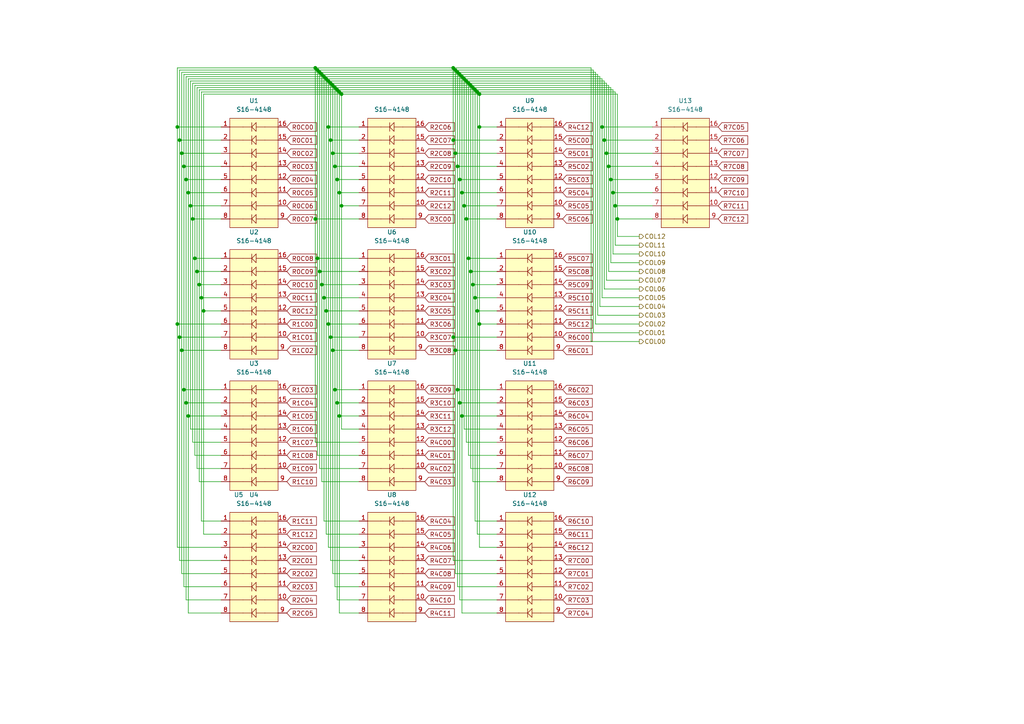
<source format=kicad_sch>
(kicad_sch (version 20211123) (generator eeschema)
  (paper "A4")
  (lib_symbols
    (symbol "Arrays:S16-4148"
      (property "Reference" "U" (at 1.27 33.02 0))
      (property "Value" "S16-4148" (at 6.35 -1.27 0))
      (symbol "S16-4148_0_1"
        (polyline (pts (xy 3.81 2.54) (xy 0 2.54)))
        (polyline (pts (xy 3.81 6.35) (xy 0 6.35)))
        (polyline (pts (xy 3.81 10.16) (xy 0 10.16)))
        (polyline (pts (xy 3.81 13.97) (xy 0 13.97)))
        (polyline (pts (xy 3.81 17.78) (xy 0 17.78)))
        (polyline (pts (xy 3.81 21.59) (xy 0 21.59)))
        (polyline (pts (xy 3.81 25.4) (xy 0 25.4)))
        (polyline (pts (xy 3.81 29.21) (xy 0 29.21)))
        (polyline (pts (xy 6.35 2.54) (xy 3.81 2.54)))
        (polyline (pts (xy 6.35 3.81) (xy 6.35 1.27)))
        (polyline (pts (xy 6.35 6.35) (xy 3.81 6.35)))
        (polyline (pts (xy 6.35 7.62) (xy 6.35 5.08)))
        (polyline (pts (xy 6.35 10.16) (xy 3.81 10.16)))
        (polyline (pts (xy 6.35 11.43) (xy 6.35 8.89)))
        (polyline (pts (xy 6.35 13.97) (xy 3.81 13.97)))
        (polyline (pts (xy 6.35 15.24) (xy 6.35 12.7)))
        (polyline (pts (xy 6.35 17.78) (xy 3.81 17.78)))
        (polyline (pts (xy 6.35 19.05) (xy 6.35 16.51)))
        (polyline (pts (xy 6.35 21.59) (xy 3.81 21.59)))
        (polyline (pts (xy 6.35 22.86) (xy 6.35 20.32)))
        (polyline (pts (xy 6.35 25.4) (xy 3.81 25.4)))
        (polyline (pts (xy 6.35 26.67) (xy 6.35 24.13)))
        (polyline (pts (xy 6.35 29.21) (xy 3.81 29.21)))
        (polyline (pts (xy 6.35 30.48) (xy 6.35 27.94)))
        (polyline (pts (xy 7.62 2.54) (xy 10.16 2.54)))
        (polyline (pts (xy 7.62 6.35) (xy 10.16 6.35)))
        (polyline (pts (xy 7.62 10.16) (xy 10.16 10.16)))
        (polyline (pts (xy 7.62 13.97) (xy 10.16 13.97)))
        (polyline (pts (xy 7.62 17.78) (xy 10.16 17.78)))
        (polyline (pts (xy 7.62 21.59) (xy 10.16 21.59)))
        (polyline (pts (xy 7.62 25.4) (xy 10.16 25.4)))
        (polyline (pts (xy 7.62 29.21) (xy 10.16 29.21)))
        (polyline (pts (xy 10.16 2.54) (xy 13.97 2.54)))
        (polyline (pts (xy 10.16 6.35) (xy 13.97 6.35)))
        (polyline (pts (xy 10.16 10.16) (xy 13.97 10.16)))
        (polyline (pts (xy 10.16 13.97) (xy 13.97 13.97)))
        (polyline (pts (xy 10.16 17.78) (xy 13.97 17.78)))
        (polyline (pts (xy 10.16 21.59) (xy 13.97 21.59)))
        (polyline (pts (xy 10.16 25.4) (xy 13.97 25.4)))
        (polyline (pts (xy 10.16 29.21) (xy 13.97 29.21)))
        (polyline (pts (xy 7.62 3.81) (xy 6.35 2.54) (xy 7.62 1.27) (xy 7.62 3.81)))
        (polyline (pts (xy 7.62 7.62) (xy 6.35 6.35) (xy 7.62 5.08) (xy 7.62 7.62)))
        (polyline (pts (xy 7.62 11.43) (xy 6.35 10.16) (xy 7.62 8.89) (xy 7.62 11.43)))
        (polyline (pts (xy 7.62 15.24) (xy 6.35 13.97) (xy 7.62 12.7) (xy 7.62 15.24)))
        (polyline (pts (xy 7.62 19.05) (xy 6.35 17.78) (xy 7.62 16.51) (xy 7.62 19.05)))
        (polyline (pts (xy 7.62 22.86) (xy 6.35 21.59) (xy 7.62 20.32) (xy 7.62 22.86)))
        (polyline (pts (xy 7.62 26.67) (xy 6.35 25.4) (xy 7.62 24.13) (xy 7.62 26.67)))
        (polyline (pts (xy 7.62 30.48) (xy 6.35 29.21) (xy 7.62 27.94) (xy 7.62 30.48)))
        (rectangle (start 0 31.75) (end 13.97 0) (fill (type background)))
      )
      (symbol "S16-4148_1_1"
        (pin passive line (at -2.54 29.21 0) (length 2.54) (name "") (number "1"))
        (pin passive line (at 16.51 6.35 180) (length 2.54) (name "") (number "10"))
        (pin passive line (at 16.51 10.16 180) (length 2.54) (name "") (number "11"))
        (pin passive line (at 16.51 13.97 180) (length 2.54) (name "") (number "12"))
        (pin passive line (at 16.51 17.78 180) (length 2.54) (name "") (number "13"))
        (pin passive line (at 16.51 21.59 180) (length 2.54) (name "") (number "14"))
        (pin passive line (at 16.51 25.4 180) (length 2.54) (name "") (number "15"))
        (pin passive line (at 16.51 29.21 180) (length 2.54) (name "") (number "16"))
        (pin passive line (at -2.54 25.4 0) (length 2.54) (name "") (number "2"))
        (pin passive line (at -2.54 21.59 0) (length 2.54) (name "") (number "3"))
        (pin passive line (at -2.54 17.78 0) (length 2.54) (name "") (number "4"))
        (pin passive line (at -2.54 13.97 0) (length 2.54) (name "") (number "5"))
        (pin passive line (at -2.54 10.16 0) (length 2.54) (name "") (number "6"))
        (pin passive line (at -2.54 6.35 0) (length 2.54) (name "") (number "7"))
        (pin passive line (at -2.54 2.54 0) (length 2.54) (name "") (number "8"))
        (pin passive line (at 16.51 2.54 180) (length 2.54) (name "") (number "9"))
      )
    )
  )
  (junction (at 52.07 97.79))
  (junction (at 93.345 21.59))
  (junction (at 132.08 20.32))
  (junction (at 133.985 55.88))
  (junction (at 99.06 59.69))
  (junction (at 135.255 23.495))
  (junction (at 92.075 20.32))
  (junction (at 96.52 44.45))
  (junction (at 57.15 78.74))
  (junction (at 93.98 86.36))
  (junction (at 131.445 19.685))
  (junction (at 137.16 25.4))
  (junction (at 53.34 113.03))
  (junction (at 53.34 48.26))
  (junction (at 97.155 113.03))
  (junction (at 98.425 120.65))
  (junction (at 97.79 116.84))
  (junction (at 132.08 44.45))
  (junction (at 133.35 52.07))
  (junction (at 53.975 52.07))
  (junction (at 134.62 59.69))
  (junction (at 91.44 19.685))
  (junction (at 132.715 48.26))
  (junction (at 133.35 116.84))
  (junction (at 58.42 86.36))
  (junction (at 139.065 27.305))
  (junction (at 51.435 93.98))
  (junction (at 59.055 90.17))
  (junction (at 176.53 48.26))
  (junction (at 52.705 101.6))
  (junction (at 56.515 74.93))
  (junction (at 91.44 63.5))
  (junction (at 95.885 40.64))
  (junction (at 179.07 63.5))
  (junction (at 95.885 97.79))
  (junction (at 137.795 26.035))
  (junction (at 98.425 55.88))
  (junction (at 92.71 20.955))
  (junction (at 177.8 55.88))
  (junction (at 135.89 74.93))
  (junction (at 97.79 52.07))
  (junction (at 97.79 26.035))
  (junction (at 178.435 59.69))
  (junction (at 131.445 97.79))
  (junction (at 138.43 90.17))
  (junction (at 95.885 24.13))
  (junction (at 131.445 40.64))
  (junction (at 132.715 20.955))
  (junction (at 95.25 36.83))
  (junction (at 93.98 22.225))
  (junction (at 96.52 24.765))
  (junction (at 95.25 23.495))
  (junction (at 95.25 93.98))
  (junction (at 175.26 40.64))
  (junction (at 98.425 26.67))
  (junction (at 54.61 120.65))
  (junction (at 135.255 63.5))
  (junction (at 55.245 59.69))
  (junction (at 99.06 27.305))
  (junction (at 135.89 24.13))
  (junction (at 57.785 82.55))
  (junction (at 139.065 36.83))
  (junction (at 133.985 120.65))
  (junction (at 97.155 25.4))
  (junction (at 92.075 74.93))
  (junction (at 93.345 82.55))
  (junction (at 136.525 78.74))
  (junction (at 137.795 86.36))
  (junction (at 54.61 55.88))
  (junction (at 132.715 113.03))
  (junction (at 133.35 21.59))
  (junction (at 55.88 63.5))
  (junction (at 137.16 82.55))
  (junction (at 51.435 36.83))
  (junction (at 97.155 48.26))
  (junction (at 96.52 101.6))
  (junction (at 175.895 44.45))
  (junction (at 53.975 116.84))
  (junction (at 139.065 93.98))
  (junction (at 132.08 101.6))
  (junction (at 94.615 90.17))
  (junction (at 174.625 36.83))
  (junction (at 134.62 22.86))
  (junction (at 52.07 40.64))
  (junction (at 177.165 52.07))
  (junction (at 94.615 22.86))
  (junction (at 136.525 24.765))
  (junction (at 52.705 44.45))
  (junction (at 92.71 78.74))
  (junction (at 133.985 22.225))
  (junction (at 138.43 26.67))
  (wire (pts (xy 175.895 44.45) (xy 189.23 44.45)))
  (wire (pts (xy 58.42 151.13) (xy 64.135 151.13)))
  (wire (pts (xy 135.89 74.93) (xy 144.145 74.93)))
  (wire (pts (xy 134.62 22.86) (xy 134.62 59.69)))
  (wire (pts (xy 95.25 36.83) (xy 104.14 36.83)))
  (wire (pts (xy 173.99 88.9) (xy 185.42 88.9)))
  (wire (pts (xy 137.795 151.13) (xy 144.145 151.13)))
  (wire (pts (xy 52.705 44.45) (xy 52.705 101.6)))
  (wire (pts (xy 104.14 40.64) (xy 95.885 40.64)))
  (wire (pts (xy 144.145 170.18) (xy 132.715 170.18)))
  (wire (pts (xy 132.715 20.955) (xy 132.715 48.26)))
  (wire (pts (xy 52.07 40.64) (xy 64.135 40.64)))
  (wire (pts (xy 175.26 83.82) (xy 185.42 83.82)))
  (wire (pts (xy 52.705 44.45) (xy 64.135 44.45)))
  (wire (pts (xy 52.07 20.32) (xy 92.075 20.32)))
  (wire (pts (xy 172.085 20.32) (xy 172.085 96.52)))
  (wire (pts (xy 132.08 166.37) (xy 132.08 101.6)))
  (wire (pts (xy 93.345 82.55) (xy 104.14 82.55)))
  (wire (pts (xy 97.155 113.03) (xy 104.14 113.03)))
  (wire (pts (xy 52.07 20.32) (xy 52.07 40.64)))
  (wire (pts (xy 55.245 23.495) (xy 95.25 23.495)))
  (wire (pts (xy 53.975 22.225) (xy 93.98 22.225)))
  (wire (pts (xy 175.895 81.28) (xy 185.42 81.28)))
  (wire (pts (xy 171.45 19.685) (xy 171.45 99.06)))
  (wire (pts (xy 178.435 59.69) (xy 178.435 71.12)))
  (wire (pts (xy 176.53 48.26) (xy 176.53 78.74)))
  (wire (pts (xy 53.34 21.59) (xy 93.345 21.59)))
  (wire (pts (xy 133.35 52.07) (xy 144.145 52.07)))
  (wire (pts (xy 54.61 22.86) (xy 94.615 22.86)))
  (wire (pts (xy 176.53 78.74) (xy 185.42 78.74)))
  (wire (pts (xy 135.89 132.08) (xy 144.145 132.08)))
  (wire (pts (xy 137.16 25.4) (xy 137.16 82.55)))
  (wire (pts (xy 59.055 27.305) (xy 99.06 27.305)))
  (wire (pts (xy 55.245 124.46) (xy 64.135 124.46)))
  (wire (pts (xy 133.35 116.84) (xy 133.35 173.99)))
  (wire (pts (xy 96.52 101.6) (xy 96.52 166.37)))
  (wire (pts (xy 179.07 63.5) (xy 189.23 63.5)))
  (wire (pts (xy 98.425 177.8) (xy 104.14 177.8)))
  (wire (pts (xy 52.705 101.6) (xy 52.705 166.37)))
  (wire (pts (xy 133.985 177.8) (xy 144.145 177.8)))
  (wire (pts (xy 132.08 166.37) (xy 144.145 166.37)))
  (wire (pts (xy 92.71 20.955) (xy 132.715 20.955)))
  (wire (pts (xy 131.445 19.685) (xy 131.445 40.64)))
  (wire (pts (xy 91.44 19.685) (xy 91.44 63.5)))
  (wire (pts (xy 93.98 22.225) (xy 133.985 22.225)))
  (wire (pts (xy 132.08 20.32) (xy 132.08 44.45)))
  (wire (pts (xy 98.425 55.88) (xy 98.425 120.65)))
  (wire (pts (xy 134.62 124.46) (xy 144.145 124.46)))
  (wire (pts (xy 94.615 22.86) (xy 134.62 22.86)))
  (wire (pts (xy 52.07 97.79) (xy 64.135 97.79)))
  (wire (pts (xy 97.79 52.07) (xy 97.79 116.84)))
  (wire (pts (xy 132.08 101.6) (xy 132.08 44.45)))
  (wire (pts (xy 179.07 27.305) (xy 179.07 63.5)))
  (wire (pts (xy 51.435 158.75) (xy 64.135 158.75)))
  (wire (pts (xy 96.52 44.45) (xy 96.52 101.6)))
  (wire (pts (xy 133.35 116.84) (xy 133.35 52.07)))
  (wire (pts (xy 172.72 93.98) (xy 185.42 93.98)))
  (wire (pts (xy 97.79 116.84) (xy 104.14 116.84)))
  (wire (pts (xy 132.715 48.26) (xy 132.715 113.03)))
  (wire (pts (xy 135.255 23.495) (xy 135.255 63.5)))
  (wire (pts (xy 52.07 162.56) (xy 64.135 162.56)))
  (wire (pts (xy 133.35 21.59) (xy 133.35 52.07)))
  (wire (pts (xy 144.145 93.98) (xy 139.065 93.98)))
  (wire (pts (xy 97.79 26.035) (xy 137.795 26.035)))
  (wire (pts (xy 52.705 20.955) (xy 92.71 20.955)))
  (wire (pts (xy 92.075 20.32) (xy 132.08 20.32)))
  (wire (pts (xy 57.15 78.74) (xy 57.15 135.89)))
  (wire (pts (xy 52.705 101.6) (xy 64.135 101.6)))
  (wire (pts (xy 176.53 48.26) (xy 189.23 48.26)))
  (wire (pts (xy 56.515 74.93) (xy 64.135 74.93)))
  (wire (pts (xy 93.98 22.225) (xy 93.98 86.36)))
  (wire (pts (xy 177.8 55.88) (xy 177.8 73.66)))
  (wire (pts (xy 135.89 132.08) (xy 135.89 74.93)))
  (wire (pts (xy 92.71 135.89) (xy 104.14 135.89)))
  (wire (pts (xy 96.52 24.765) (xy 136.525 24.765)))
  (wire (pts (xy 55.88 63.5) (xy 64.135 63.5)))
  (wire (pts (xy 104.14 139.7) (xy 93.345 139.7)))
  (wire (pts (xy 93.345 82.55) (xy 93.345 139.7)))
  (wire (pts (xy 53.975 52.07) (xy 53.975 116.84)))
  (wire (pts (xy 94.615 90.17) (xy 104.14 90.17)))
  (wire (pts (xy 56.515 74.93) (xy 56.515 132.08)))
  (wire (pts (xy 139.065 36.83) (xy 144.145 36.83)))
  (wire (pts (xy 132.715 113.03) (xy 132.715 170.18)))
  (wire (pts (xy 55.88 128.27) (xy 64.135 128.27)))
  (wire (pts (xy 177.165 76.2) (xy 185.42 76.2)))
  (wire (pts (xy 92.075 20.32) (xy 92.075 74.93)))
  (wire (pts (xy 92.71 20.955) (xy 92.71 78.74)))
  (wire (pts (xy 175.26 40.64) (xy 189.23 40.64)))
  (wire (pts (xy 59.055 154.94) (xy 64.135 154.94)))
  (wire (pts (xy 173.355 21.59) (xy 173.355 91.44)))
  (wire (pts (xy 134.62 59.69) (xy 144.145 59.69)))
  (wire (pts (xy 139.065 27.305) (xy 179.07 27.305)))
  (wire (pts (xy 104.14 48.26) (xy 97.155 48.26)))
  (wire (pts (xy 52.07 97.79) (xy 52.07 162.56)))
  (wire (pts (xy 97.155 48.26) (xy 97.155 113.03)))
  (wire (pts (xy 53.34 113.03) (xy 53.34 170.18)))
  (wire (pts (xy 174.625 22.86) (xy 174.625 36.83)))
  (wire (pts (xy 104.14 173.99) (xy 97.79 173.99)))
  (wire (pts (xy 138.43 26.67) (xy 178.435 26.67)))
  (wire (pts (xy 174.625 86.36) (xy 185.42 86.36)))
  (wire (pts (xy 58.42 86.36) (xy 58.42 151.13)))
  (wire (pts (xy 97.79 26.035) (xy 97.79 52.07)))
  (wire (pts (xy 57.785 26.035) (xy 97.79 26.035)))
  (wire (pts (xy 138.43 154.94) (xy 144.145 154.94)))
  (wire (pts (xy 57.785 82.55) (xy 64.135 82.55)))
  (wire (pts (xy 178.435 26.67) (xy 178.435 59.69)))
  (wire (pts (xy 177.165 25.4) (xy 177.165 52.07)))
  (wire (pts (xy 58.42 86.36) (xy 64.135 86.36)))
  (wire (pts (xy 98.425 26.67) (xy 138.43 26.67)))
  (wire (pts (xy 132.08 101.6) (xy 144.145 101.6)))
  (wire (pts (xy 175.26 40.64) (xy 175.26 83.82)))
  (wire (pts (xy 93.345 21.59) (xy 133.35 21.59)))
  (wire (pts (xy 56.515 74.93) (xy 56.515 24.765)))
  (wire (pts (xy 91.44 63.5) (xy 104.14 63.5)))
  (wire (pts (xy 144.145 173.99) (xy 133.35 173.99)))
  (wire (pts (xy 53.34 48.26) (xy 64.135 48.26)))
  (wire (pts (xy 173.355 91.44) (xy 185.42 91.44)))
  (wire (pts (xy 91.44 19.685) (xy 131.445 19.685)))
  (wire (pts (xy 138.43 90.17) (xy 144.145 90.17)))
  (wire (pts (xy 58.42 86.36) (xy 58.42 26.67)))
  (wire (pts (xy 53.34 170.18) (xy 64.135 170.18)))
  (wire (pts (xy 134.62 22.86) (xy 174.625 22.86)))
  (wire (pts (xy 53.975 52.07) (xy 53.975 22.225)))
  (wire (pts (xy 137.795 86.36) (xy 144.145 86.36)))
  (wire (pts (xy 92.71 78.74) (xy 92.71 135.89)))
  (wire (pts (xy 174.625 36.83) (xy 189.23 36.83)))
  (wire (pts (xy 53.975 116.84) (xy 53.975 173.99)))
  (wire (pts (xy 172.085 96.52) (xy 185.42 96.52)))
  (wire (pts (xy 104.14 52.07) (xy 97.79 52.07)))
  (wire (pts (xy 56.515 24.765) (xy 96.52 24.765)))
  (wire (pts (xy 97.155 25.4) (xy 97.155 48.26)))
  (wire (pts (xy 94.615 154.94) (xy 104.14 154.94)))
  (wire (pts (xy 133.985 55.88) (xy 144.145 55.88)))
  (wire (pts (xy 92.075 74.93) (xy 92.075 132.08)))
  (wire (pts (xy 135.89 24.13) (xy 175.895 24.13)))
  (wire (pts (xy 132.08 44.45) (xy 144.145 44.45)))
  (wire (pts (xy 52.705 44.45) (xy 52.705 20.955)))
  (wire (pts (xy 51.435 93.98) (xy 51.435 158.75)))
  (wire (pts (xy 133.985 22.225) (xy 173.99 22.225)))
  (wire (pts (xy 93.98 86.36) (xy 93.98 151.13)))
  (wire (pts (xy 99.06 27.305) (xy 139.065 27.305)))
  (wire (pts (xy 53.34 113.03) (xy 64.135 113.03)))
  (wire (pts (xy 173.99 22.225) (xy 173.99 88.9)))
  (wire (pts (xy 55.88 24.13) (xy 95.885 24.13)))
  (wire (pts (xy 179.07 68.58) (xy 185.42 68.58)))
  (wire (pts (xy 104.14 170.18) (xy 97.155 170.18)))
  (wire (pts (xy 138.43 154.94) (xy 138.43 90.17)))
  (wire (pts (xy 53.975 116.84) (xy 64.135 116.84)))
  (wire (pts (xy 104.14 55.88) (xy 98.425 55.88)))
  (wire (pts (xy 132.715 48.26) (xy 144.145 48.26)))
  (wire (pts (xy 136.525 24.765) (xy 176.53 24.765)))
  (wire (pts (xy 179.07 63.5) (xy 179.07 68.58)))
  (wire (pts (xy 138.43 26.67) (xy 138.43 90.17)))
  (wire (pts (xy 104.14 44.45) (xy 96.52 44.45)))
  (wire (pts (xy 95.885 24.13) (xy 135.89 24.13)))
  (wire (pts (xy 93.98 151.13) (xy 104.14 151.13)))
  (wire (pts (xy 57.785 139.7) (xy 64.135 139.7)))
  (wire (pts (xy 54.61 177.8) (xy 64.135 177.8)))
  (wire (pts (xy 177.165 52.07) (xy 177.165 76.2)))
  (wire (pts (xy 54.61 120.65) (xy 64.135 120.65)))
  (wire (pts (xy 178.435 59.69) (xy 189.23 59.69)))
  (wire (pts (xy 96.52 24.765) (xy 96.52 44.45)))
  (wire (pts (xy 177.165 52.07) (xy 189.23 52.07)))
  (wire (pts (xy 177.8 55.88) (xy 189.23 55.88)))
  (wire (pts (xy 59.055 90.17) (xy 59.055 154.94)))
  (wire (pts (xy 54.61 120.65) (xy 54.61 177.8)))
  (wire (pts (xy 91.44 63.5) (xy 91.44 128.27)))
  (wire (pts (xy 97.155 113.03) (xy 97.155 170.18)))
  (wire (pts (xy 104.14 162.56) (xy 95.885 162.56)))
  (wire (pts (xy 144.145 139.7) (xy 137.16 139.7)))
  (wire (pts (xy 92.075 74.93) (xy 104.14 74.93)))
  (wire (pts (xy 144.145 113.03) (xy 132.715 113.03)))
  (wire (pts (xy 57.15 78.74) (xy 57.15 25.4)))
  (wire (pts (xy 52.705 166.37) (xy 64.135 166.37)))
  (wire (pts (xy 55.245 59.69) (xy 64.135 59.69)))
  (wire (pts (xy 57.15 25.4) (xy 97.155 25.4)))
  (wire (pts (xy 131.445 40.64) (xy 131.445 97.79)))
  (wire (pts (xy 133.985 120.65) (xy 133.985 55.88)))
  (wire (pts (xy 93.345 21.59) (xy 93.345 82.55)))
  (wire (pts (xy 91.44 128.27) (xy 104.14 128.27)))
  (wire (pts (xy 98.425 26.67) (xy 98.425 55.88)))
  (wire (pts (xy 58.42 26.67) (xy 98.425 26.67)))
  (wire (pts (xy 94.615 90.17) (xy 94.615 154.94)))
  (wire (pts (xy 172.72 20.955) (xy 172.72 93.98)))
  (wire (pts (xy 134.62 59.69) (xy 134.62 124.46)))
  (wire (pts (xy 136.525 135.89) (xy 144.145 135.89)))
  (wire (pts (xy 51.435 36.83) (xy 51.435 19.685)))
  (wire (pts (xy 132.08 20.32) (xy 172.085 20.32)))
  (wire (pts (xy 59.055 27.305) (xy 59.055 90.17)))
  (wire (pts (xy 177.8 26.035) (xy 177.8 55.88)))
  (wire (pts (xy 136.525 24.765) (xy 136.525 78.74)))
  (wire (pts (xy 104.14 93.98) (xy 95.25 93.98)))
  (wire (pts (xy 176.53 24.765) (xy 176.53 48.26)))
  (wire (pts (xy 104.14 158.75) (xy 95.25 158.75)))
  (wire (pts (xy 97.79 116.84) (xy 97.79 173.99)))
  (wire (pts (xy 95.25 36.83) (xy 95.25 93.98)))
  (wire (pts (xy 137.16 82.55) (xy 137.16 139.7)))
  (wire (pts (xy 57.785 82.55) (xy 57.785 139.7)))
  (wire (pts (xy 135.89 24.13) (xy 135.89 74.93)))
  (wire (pts (xy 56.515 132.08) (xy 64.135 132.08)))
  (wire (pts (xy 133.35 116.84) (xy 144.145 116.84)))
  (wire (pts (xy 131.445 40.64) (xy 144.145 40.64)))
  (wire (pts (xy 59.055 90.17) (xy 64.135 90.17)))
  (wire (pts (xy 96.52 101.6) (xy 104.14 101.6)))
  (wire (pts (xy 131.445 162.56) (xy 131.445 97.79)))
  (wire (pts (xy 54.61 55.88) (xy 54.61 120.65)))
  (wire (pts (xy 174.625 36.83) (xy 174.625 86.36)))
  (wire (pts (xy 55.88 63.5) (xy 55.88 128.27)))
  (wire (pts (xy 51.435 36.83) (xy 51.435 93.98)))
  (wire (pts (xy 94.615 22.86) (xy 94.615 90.17)))
  (wire (pts (xy 171.45 99.06) (xy 185.42 99.06)))
  (wire (pts (xy 177.8 73.66) (xy 185.42 73.66)))
  (wire (pts (xy 54.61 55.88) (xy 54.61 22.86)))
  (wire (pts (xy 104.14 97.79) (xy 95.885 97.79)))
  (wire (pts (xy 51.435 36.83) (xy 64.135 36.83)))
  (wire (pts (xy 98.425 120.65) (xy 98.425 177.8)))
  (wire (pts (xy 55.245 59.69) (xy 55.245 23.495)))
  (wire (pts (xy 55.245 59.69) (xy 55.245 124.46)))
  (wire (pts (xy 135.255 128.27) (xy 144.145 128.27)))
  (wire (pts (xy 178.435 71.12) (xy 185.42 71.12)))
  (wire (pts (xy 57.785 26.035) (xy 57.785 82.55)))
  (wire (pts (xy 99.06 59.69) (xy 104.14 59.69)))
  (wire (pts (xy 99.06 124.46) (xy 104.14 124.46)))
  (wire (pts (xy 95.25 23.495) (xy 95.25 36.83)))
  (wire (pts (xy 92.71 78.74) (xy 104.14 78.74)))
  (wire (pts (xy 53.34 48.26) (xy 53.34 21.59)))
  (wire (pts (xy 57.15 78.74) (xy 64.135 78.74)))
  (wire (pts (xy 133.985 55.88) (xy 133.985 22.225)))
  (wire (pts (xy 137.795 26.035) (xy 177.8 26.035)))
  (wire (pts (xy 133.985 120.65) (xy 144.145 120.65)))
  (wire (pts (xy 131.445 162.56) (xy 144.145 162.56)))
  (wire (pts (xy 95.885 24.13) (xy 95.885 40.64)))
  (wire (pts (xy 137.795 151.13) (xy 137.795 86.36)))
  (wire (pts (xy 55.88 63.5) (xy 55.88 24.13)))
  (wire (pts (xy 139.065 36.83) (xy 139.065 93.98)))
  (wire (pts (xy 98.425 120.65) (xy 104.14 120.65)))
  (wire (pts (xy 53.34 48.26) (xy 53.34 113.03)))
  (wire (pts (xy 51.435 19.685) (xy 91.44 19.685)))
  (wire (pts (xy 92.075 132.08) (xy 104.14 132.08)))
  (wire (pts (xy 95.25 23.495) (xy 135.255 23.495)))
  (wire (pts (xy 133.35 21.59) (xy 173.355 21.59)))
  (wire (pts (xy 57.15 135.89) (xy 64.135 135.89)))
  (wire (pts (xy 135.255 128.27) (xy 135.255 63.5)))
  (wire (pts (xy 139.065 93.98) (xy 139.065 158.75)))
  (wire (pts (xy 93.98 86.36) (xy 104.14 86.36)))
  (wire (pts (xy 95.885 40.64) (xy 95.885 97.79)))
  (wire (pts (xy 131.445 19.685) (xy 171.45 19.685)))
  (wire (pts (xy 136.525 78.74) (xy 144.145 78.74)))
  (wire (pts (xy 97.155 25.4) (xy 137.16 25.4)))
  (wire (pts (xy 133.985 177.8) (xy 133.985 120.65)))
  (wire (pts (xy 131.445 97.79) (xy 144.145 97.79)))
  (wire (pts (xy 53.975 173.99) (xy 64.135 173.99)))
  (wire (pts (xy 139.065 27.305) (xy 139.065 36.83)))
  (wire (pts (xy 52.07 40.64) (xy 52.07 97.79)))
  (wire (pts (xy 99.06 27.305) (xy 99.06 59.69)))
  (wire (pts (xy 135.255 23.495) (xy 175.26 23.495)))
  (wire (pts (xy 95.885 97.79) (xy 95.885 162.56)))
  (wire (pts (xy 132.715 20.955) (xy 172.72 20.955)))
  (wire (pts (xy 95.25 93.98) (xy 95.25 158.75)))
  (wire (pts (xy 175.895 44.45) (xy 175.895 81.28)))
  (wire (pts (xy 51.435 93.98) (xy 64.135 93.98)))
  (wire (pts (xy 175.26 40.64) (xy 175.26 23.495)))
  (wire (pts (xy 137.16 25.4) (xy 177.165 25.4)))
  (wire (pts (xy 136.525 135.89) (xy 136.525 78.74)))
  (wire (pts (xy 99.06 59.69) (xy 99.06 124.46)))
  (wire (pts (xy 139.065 158.75) (xy 144.145 158.75)))
  (wire (pts (xy 135.255 63.5) (xy 144.145 63.5)))
  (wire (pts (xy 53.975 52.07) (xy 64.135 52.07)))
  (wire (pts (xy 137.795 26.035) (xy 137.795 86.36)))
  (wire (pts (xy 54.61 55.88) (xy 64.135 55.88)))
  (wire (pts (xy 96.52 166.37) (xy 104.14 166.37)))
  (wire (pts (xy 137.16 82.55) (xy 144.145 82.55)))
  (wire (pts (xy 175.895 44.45) (xy 175.895 24.13)))
  (global_label "R1C04" (shape input) (at 83.185 116.84 0) (property "Intersheet References" "${INTERSHEET_REFS}" (effects hide)))
  (global_label "R6C01" (shape input) (at 163.195 101.6 0) (property "Intersheet References" "${INTERSHEET_REFS}" (effects hide)))
  (global_label "R5C02" (shape input) (at 163.195 48.26 0) (property "Intersheet References" "${INTERSHEET_REFS}" (effects hide)))
  (global_label "R4C00" (shape input) (at 123.19 128.27 0) (property "Intersheet References" "${INTERSHEET_REFS}" (effects hide)))
  (global_label "R5C06" (shape input) (at 163.195 63.5 0) (property "Intersheet References" "${INTERSHEET_REFS}" (effects hide)))
  (global_label "R1C02" (shape input) (at 83.185 101.6 0) (property "Intersheet References" "${INTERSHEET_REFS}" (effects hide)))
  (global_label "R0C09" (shape input) (at 83.185 78.74 0) (property "Intersheet References" "${INTERSHEET_REFS}" (effects hide)))
  (global_label "R6C08" (shape input) (at 163.195 135.89 0) (property "Intersheet References" "${INTERSHEET_REFS}" (effects hide)))
  (global_label "R4C04" (shape input) (at 123.19 151.13 0) (property "Intersheet References" "${INTERSHEET_REFS}" (effects hide)))
  (global_label "R3C02" (shape input) (at 123.19 78.74 0) (property "Intersheet References" "${INTERSHEET_REFS}" (effects hide)))
  (global_label "R4C01" (shape input) (at 123.19 132.08 0) (property "Intersheet References" "${INTERSHEET_REFS}" (effects hide)))
  (global_label "R4C07" (shape input) (at 123.19 162.56 0) (property "Intersheet References" "${INTERSHEET_REFS}" (effects hide)))
  (global_label "R5C12" (shape input) (at 163.195 93.98 0) (property "Intersheet References" "${INTERSHEET_REFS}" (effects hide)))
  (global_label "R2C08" (shape input) (at 123.19 44.45 0) (property "Intersheet References" "${INTERSHEET_REFS}" (effects hide)))
  (global_label "R4C10" (shape input) (at 123.19 173.99 0) (property "Intersheet References" "${INTERSHEET_REFS}" (effects hide)))
  (global_label "R4C03" (shape input) (at 123.19 139.7 0) (property "Intersheet References" "${INTERSHEET_REFS}" (effects hide)))
  (global_label "R7C04" (shape input) (at 163.195 177.8 0) (property "Intersheet References" "${INTERSHEET_REFS}" (effects hide)))
  (global_label "R7C12" (shape input) (at 208.28 63.5 0) (property "Intersheet References" "${INTERSHEET_REFS}" (effects hide)))
  (global_label "R0C07" (shape input) (at 83.185 63.5 0) (property "Intersheet References" "${INTERSHEET_REFS}" (effects hide)))
  (global_label "R2C01" (shape input) (at 83.185 162.56 0) (property "Intersheet References" "${INTERSHEET_REFS}" (effects hide)))
  (global_label "R5C11" (shape input) (at 163.195 90.17 0) (property "Intersheet References" "${INTERSHEET_REFS}" (effects hide)))
  (global_label "R2C03" (shape input) (at 83.185 170.18 0) (property "Intersheet References" "${INTERSHEET_REFS}" (effects hide)))
  (global_label "R4C02" (shape input) (at 123.19 135.89 0) (property "Intersheet References" "${INTERSHEET_REFS}" (effects hide)))
  (global_label "R6C04" (shape input) (at 163.195 120.65 0) (property "Intersheet References" "${INTERSHEET_REFS}" (effects hide)))
  (global_label "R0C08" (shape input) (at 83.185 74.93 0) (property "Intersheet References" "${INTERSHEET_REFS}" (effects hide)))
  (global_label "R0C05" (shape input) (at 83.185 55.88 0) (property "Intersheet References" "${INTERSHEET_REFS}" (effects hide)))
  (global_label "R0C04" (shape input) (at 83.185 52.07 0) (property "Intersheet References" "${INTERSHEET_REFS}" (effects hide)))
  (global_label "R4C11" (shape input) (at 123.19 177.8 0) (property "Intersheet References" "${INTERSHEET_REFS}" (effects hide)))
  (global_label "R4C05" (shape input) (at 123.19 154.94 0) (property "Intersheet References" "${INTERSHEET_REFS}" (effects hide)))
  (global_label "R6C06" (shape input) (at 163.195 128.27 0) (property "Intersheet References" "${INTERSHEET_REFS}" (effects hide)))
  (global_label "R2C07" (shape input) (at 123.19 40.64 0) (property "Intersheet References" "${INTERSHEET_REFS}" (effects hide)))
  (global_label "R1C10" (shape input) (at 83.185 139.7 0) (property "Intersheet References" "${INTERSHEET_REFS}" (effects hide)))
  (global_label "R2C02" (shape input) (at 83.185 166.37 0) (property "Intersheet References" "${INTERSHEET_REFS}" (effects hide)))
  (global_label "R5C05" (shape input) (at 163.195 59.69 0) (property "Intersheet References" "${INTERSHEET_REFS}" (effects hide)))
  (global_label "R7C01" (shape input) (at 163.195 166.37 0) (property "Intersheet References" "${INTERSHEET_REFS}" (effects hide)))
  (global_label "R7C03" (shape input) (at 163.195 173.99 0) (property "Intersheet References" "${INTERSHEET_REFS}" (effects hide)))
  (global_label "R5C08" (shape input) (at 163.195 78.74 0) (property "Intersheet References" "${INTERSHEET_REFS}" (effects hide)))
  (global_label "R0C10" (shape input) (at 83.185 82.55 0) (property "Intersheet References" "${INTERSHEET_REFS}" (effects hide)))
  (global_label "R5C09" (shape input) (at 163.195 82.55 0) (property "Intersheet References" "${INTERSHEET_REFS}" (effects hide)))
  (global_label "R1C12" (shape input) (at 83.185 154.94 0) (property "Intersheet References" "${INTERSHEET_REFS}" (effects hide)))
  (global_label "R1C08" (shape input) (at 83.185 132.08 0) (property "Intersheet References" "${INTERSHEET_REFS}" (effects hide)))
  (global_label "R3C07" (shape input) (at 123.19 97.79 0) (property "Intersheet References" "${INTERSHEET_REFS}" (effects hide)))
  (global_label "R7C05" (shape input) (at 208.28 36.83 0) (property "Intersheet References" "${INTERSHEET_REFS}" (effects hide)))
  (global_label "R4C12" (shape input) (at 163.195 36.83 0) (property "Intersheet References" "${INTERSHEET_REFS}" (effects hide)))
  (global_label "R5C01" (shape input) (at 163.195 44.45 0) (property "Intersheet References" "${INTERSHEET_REFS}" (effects hide)))
  (global_label "R3C05" (shape input) (at 123.19 90.17 0) (property "Intersheet References" "${INTERSHEET_REFS}" (effects hide)))
  (global_label "R3C06" (shape input) (at 123.19 93.98 0) (property "Intersheet References" "${INTERSHEET_REFS}" (effects hide)))
  (global_label "R7C06" (shape input) (at 208.28 40.64 0) (property "Intersheet References" "${INTERSHEET_REFS}" (effects hide)))
  (global_label "R1C00" (shape input) (at 83.185 93.98 0) (property "Intersheet References" "${INTERSHEET_REFS}" (effects hide)))
  (global_label "R3C08" (shape input) (at 123.19 101.6 0) (property "Intersheet References" "${INTERSHEET_REFS}" (effects hide)))
  (global_label "R2C10" (shape input) (at 123.19 52.07 0) (property "Intersheet References" "${INTERSHEET_REFS}" (effects hide)))
  (global_label "R7C10" (shape input) (at 208.28 55.88 0) (property "Intersheet References" "${INTERSHEET_REFS}" (effects hide)))
  (global_label "R3C11" (shape input) (at 123.19 120.65 0) (property "Intersheet References" "${INTERSHEET_REFS}" (effects hide)))
  (global_label "R3C09" (shape input) (at 123.19 113.03 0) (property "Intersheet References" "${INTERSHEET_REFS}" (effects hide)))
  (global_label "R1C03" (shape input) (at 83.185 113.03 0) (property "Intersheet References" "${INTERSHEET_REFS}" (effects hide)))
  (global_label "R3C04" (shape input) (at 123.19 86.36 0) (property "Intersheet References" "${INTERSHEET_REFS}" (effects hide)))
  (global_label "R5C00" (shape input) (at 163.195 40.64 0) (property "Intersheet References" "${INTERSHEET_REFS}" (effects hide)))
  (global_label "R2C09" (shape input) (at 123.19 48.26 0) (property "Intersheet References" "${INTERSHEET_REFS}" (effects hide)))
  (global_label "R7C11" (shape input) (at 208.28 59.69 0) (property "Intersheet References" "${INTERSHEET_REFS}" (effects hide)))
  (global_label "R3C00" (shape input) (at 123.19 63.5 0) (property "Intersheet References" "${INTERSHEET_REFS}" (effects hide)))
  (global_label "R3C12" (shape input) (at 123.19 124.46 0) (property "Intersheet References" "${INTERSHEET_REFS}" (effects hide)))
  (global_label "R5C03" (shape input) (at 163.195 52.07 0) (property "Intersheet References" "${INTERSHEET_REFS}" (effects hide)))
  (global_label "R1C07" (shape input) (at 83.185 128.27 0) (property "Intersheet References" "${INTERSHEET_REFS}" (effects hide)))
  (global_label "R6C09" (shape input) (at 163.195 139.7 0) (property "Intersheet References" "${INTERSHEET_REFS}" (effects hide)))
  (global_label "R0C00" (shape input) (at 83.185 36.83 0) (property "Intersheet References" "${INTERSHEET_REFS}" (effects hide)))
  (global_label "R6C02" (shape input) (at 163.195 113.03 0) (property "Intersheet References" "${INTERSHEET_REFS}" (effects hide)))
  (global_label "R2C05" (shape input) (at 83.185 177.8 0) (property "Intersheet References" "${INTERSHEET_REFS}" (effects hide)))
  (global_label "R5C10" (shape input) (at 163.195 86.36 0) (property "Intersheet References" "${INTERSHEET_REFS}" (effects hide)))
  (global_label "R6C05" (shape input) (at 163.195 124.46 0) (property "Intersheet References" "${INTERSHEET_REFS}" (effects hide)))
  (global_label "R4C09" (shape input) (at 123.19 170.18 0) (property "Intersheet References" "${INTERSHEET_REFS}" (effects hide)))
  (global_label "R0C02" (shape input) (at 83.185 44.45 0) (property "Intersheet References" "${INTERSHEET_REFS}" (effects hide)))
  (global_label "R0C03" (shape input) (at 83.185 48.26 0) (property "Intersheet References" "${INTERSHEET_REFS}" (effects hide)))
  (global_label "R6C11" (shape input) (at 163.195 154.94 0) (property "Intersheet References" "${INTERSHEET_REFS}" (effects hide)))
  (global_label "R2C00" (shape input) (at 83.185 158.75 0) (property "Intersheet References" "${INTERSHEET_REFS}" (effects hide)))
  (global_label "R2C11" (shape input) (at 123.19 55.88 0) (property "Intersheet References" "${INTERSHEET_REFS}" (effects hide)))
  (global_label "R5C04" (shape input) (at 163.195 55.88 0) (property "Intersheet References" "${INTERSHEET_REFS}" (effects hide)))
  (global_label "R0C12" (shape input) (at 83.185 90.17 0) (property "Intersheet References" "${INTERSHEET_REFS}" (effects hide)))
  (global_label "R6C03" (shape input) (at 163.195 116.84 0) (property "Intersheet References" "${INTERSHEET_REFS}" (effects hide)))
  (global_label "R0C06" (shape input) (at 83.185 59.69 0) (property "Intersheet References" "${INTERSHEET_REFS}" (effects hide)))
  (global_label "R5C07" (shape input) (at 163.195 74.93 0) (property "Intersheet References" "${INTERSHEET_REFS}" (effects hide)))
  (global_label "R1C09" (shape input) (at 83.185 135.89 0) (property "Intersheet References" "${INTERSHEET_REFS}" (effects hide)))
  (global_label "R6C10" (shape input) (at 163.195 151.13 0) (property "Intersheet References" "${INTERSHEET_REFS}" (effects hide)))
  (global_label "R0C11" (shape input) (at 83.185 86.36 0) (property "Intersheet References" "${INTERSHEET_REFS}" (effects hide)))
  (global_label "R7C00" (shape input) (at 163.195 162.56 0) (property "Intersheet References" "${INTERSHEET_REFS}" (effects hide)))
  (global_label "R3C01" (shape input) (at 123.19 74.93 0) (property "Intersheet References" "${INTERSHEET_REFS}" (effects hide)))
  (global_label "R6C00" (shape input) (at 163.195 97.79 0) (property "Intersheet References" "${INTERSHEET_REFS}" (effects hide)))
  (global_label "R2C04" (shape input) (at 83.185 173.99 0) (property "Intersheet References" "${INTERSHEET_REFS}" (effects hide)))
  (global_label "R4C08" (shape input) (at 123.19 166.37 0) (property "Intersheet References" "${INTERSHEET_REFS}" (effects hide)))
  (global_label "R7C02" (shape input) (at 163.195 170.18 0) (property "Intersheet References" "${INTERSHEET_REFS}" (effects hide)))
  (global_label "R2C12" (shape input) (at 123.19 59.69 0) (property "Intersheet References" "${INTERSHEET_REFS}" (effects hide)))
  (global_label "R7C07" (shape input) (at 208.28 44.45 0) (property "Intersheet References" "${INTERSHEET_REFS}" (effects hide)))
  (global_label "R0C01" (shape input) (at 83.185 40.64 0) (property "Intersheet References" "${INTERSHEET_REFS}" (effects hide)))
  (global_label "R1C05" (shape input) (at 83.185 120.65 0) (property "Intersheet References" "${INTERSHEET_REFS}" (effects hide)))
  (global_label "R3C10" (shape input) (at 123.19 116.84 0) (property "Intersheet References" "${INTERSHEET_REFS}" (effects hide)))
  (global_label "R2C06" (shape input) (at 123.19 36.83 0) (property "Intersheet References" "${INTERSHEET_REFS}" (effects hide)))
  (global_label "R7C08" (shape input) (at 208.28 48.26 0) (property "Intersheet References" "${INTERSHEET_REFS}" (effects hide)))
  (global_label "R1C06" (shape input) (at 83.185 124.46 0) (property "Intersheet References" "${INTERSHEET_REFS}" (effects hide)))
  (global_label "R4C06" (shape input) (at 123.19 158.75 0) (property "Intersheet References" "${INTERSHEET_REFS}" (effects hide)))
  (global_label "R7C09" (shape input) (at 208.28 52.07 0) (property "Intersheet References" "${INTERSHEET_REFS}" (effects hide)))
  (global_label "R3C03" (shape input) (at 123.19 82.55 0) (property "Intersheet References" "${INTERSHEET_REFS}" (effects hide)))
  (global_label "R6C07" (shape input) (at 163.195 132.08 0) (property "Intersheet References" "${INTERSHEET_REFS}" (effects hide)))
  (global_label "R6C12" (shape input) (at 163.195 158.75 0) (property "Intersheet References" "${INTERSHEET_REFS}" (effects hide)))
  (global_label "R1C11" (shape input) (at 83.185 151.13 0) (property "Intersheet References" "${INTERSHEET_REFS}" (effects hide)))
  (global_label "R1C01" (shape input) (at 83.185 97.79 0) (property "Intersheet References" "${INTERSHEET_REFS}" (effects hide)))
  (hierarchical_label "COL05" (shape output) (at 185.42 86.36 0))
  (hierarchical_label "COL07" (shape output) (at 185.42 81.28 0))
  (hierarchical_label "COL02" (shape output) (at 185.42 93.98 0))
  (hierarchical_label "COL08" (shape output) (at 185.42 78.74 0))
  (hierarchical_label "COL10" (shape output) (at 185.42 73.66 0))
  (hierarchical_label "COL12" (shape output) (at 185.42 68.58 0))
  (hierarchical_label "COL04" (shape output) (at 185.42 88.9 0))
  (hierarchical_label "COL11" (shape output) (at 185.42 71.12 0))
  (hierarchical_label "COL00" (shape output) (at 185.42 99.06 0))
  (hierarchical_label "COL03" (shape output) (at 185.42 91.44 0))
  (hierarchical_label "COL06" (shape output) (at 185.42 83.82 0))
  (hierarchical_label "COL09" (shape output) (at 185.42 76.2 0))
  (hierarchical_label "COL01" (shape output) (at 185.42 96.52 0))
  (symbol (lib_id "Arrays:S16-4148") (at 66.675 180.34 0) (unit 1)
    (property "Reference" "U4" (at 73.66 143.51 0))
    (property "Value" "S16-4148" (at 73.66 146.05 0))
    (property "Footprint" "Package_SO:SOIC-16_3.9x9.9mm_P1.27mm" (effects hide))
  )
  (symbol (lib_id "Arrays:S16-4148") (at 146.685 66.04 0) (unit 1)
    (property "Reference" "U9" (at 153.67 29.21 0))
    (property "Value" "S16-4148" (at 153.67 31.75 0))
    (property "Footprint" "Package_SO:SOIC-16_3.9x9.9mm_P1.27mm" (effects hide))
  )
  (symbol (lib_id "Arrays:S16-4148") (at 66.675 66.04 0) (unit 1)
    (property "Reference" "U1" (at 73.66 29.21 0))
    (property "Value" "S16-4148" (at 73.66 31.75 0))
    (property "Footprint" "Package_SO:SOIC-16_3.9x9.9mm_P1.27mm" (effects hide))
  )
  (symbol (lib_id "Arrays:S16-4148") (at 146.685 180.34 0) (unit 1)
    (property "Reference" "U12" (at 153.67 143.51 0))
    (property "Value" "S16-4148" (at 153.67 146.05 0))
    (property "Footprint" "Package_SO:SOIC-16_3.9x9.9mm_P1.27mm" (effects hide))
  )
  (symbol (lib_id "Arrays:S16-4148") (at 106.68 104.14 0) (unit 1)
    (property "Reference" "U6" (at 113.665 67.31 0))
    (property "Value" "S16-4148" (at 113.665 69.85 0))
    (property "Footprint" "Package_SO:SOIC-16_3.9x9.9mm_P1.27mm" (effects hide))
  )
  (symbol (lib_id "Arrays:S16-4148") (at 106.68 66.04 0) (unit 1)
    (property "Reference" "U5" (at 69.215 143.51 0))
    (property "Value" "S16-4148" (at 113.665 31.75 0))
    (property "Footprint" "Package_SO:SOIC-16_3.9x9.9mm_P1.27mm" (effects hide))
  )
  (symbol (lib_id "Arrays:S16-4148") (at 66.675 104.14 0) (unit 1)
    (property "Reference" "U2" (at 73.66 67.31 0))
    (property "Value" "S16-4148" (at 73.66 69.85 0))
    (property "Footprint" "Package_SO:SOIC-16_3.9x9.9mm_P1.27mm" (effects hide))
  )
  (symbol (lib_id "Arrays:S16-4148") (at 146.685 104.14 0) (unit 1)
    (property "Reference" "U10" (at 153.67 67.31 0))
    (property "Value" "S16-4148" (at 153.67 69.85 0))
    (property "Footprint" "Package_SO:SOIC-16_3.9x9.9mm_P1.27mm" (effects hide))
  )
  (symbol (lib_id "Arrays:S16-4148") (at 191.77 66.04 0) (unit 1)
    (property "Reference" "U13" (at 198.755 29.21 0))
    (property "Value" "S16-4148" (at 198.755 31.75 0))
    (property "Footprint" "Package_SO:SOIC-16_3.9x9.9mm_P1.27mm" (effects hide))
  )
  (symbol (lib_id "Arrays:S16-4148") (at 106.68 142.24 0) (unit 1)
    (property "Reference" "U7" (at 113.665 105.41 0))
    (property "Value" "S16-4148" (at 113.665 107.95 0))
    (property "Footprint" "Package_SO:SOIC-16_3.9x9.9mm_P1.27mm" (effects hide))
  )
  (symbol (lib_id "Arrays:S16-4148") (at 106.68 180.34 0) (unit 1)
    (property "Reference" "U8" (at 113.665 143.51 0))
    (property "Value" "S16-4148" (at 113.665 146.05 0))
    (property "Footprint" "Package_SO:SOIC-16_3.9x9.9mm_P1.27mm" (effects hide))
  )
  (symbol (lib_id "Arrays:S16-4148") (at 146.685 142.24 0) (unit 1)
    (property "Reference" "U11" (at 153.67 105.41 0))
    (property "Value" "S16-4148" (at 153.67 107.95 0))
    (property "Footprint" "Package_SO:SOIC-16_3.9x9.9mm_P1.27mm" (effects hide))
  )
  (symbol (lib_id "Arrays:S16-4148") (at 66.675 142.24 0) (unit 1)
    (property "Reference" "U3" (at 73.66 105.41 0))
    (property "Value" "S16-4148" (at 73.66 107.95 0))
    (property "Footprint" "Package_SO:SOIC-16_3.9x9.9mm_P1.27mm" (effects hide))
  )
)
</source>
